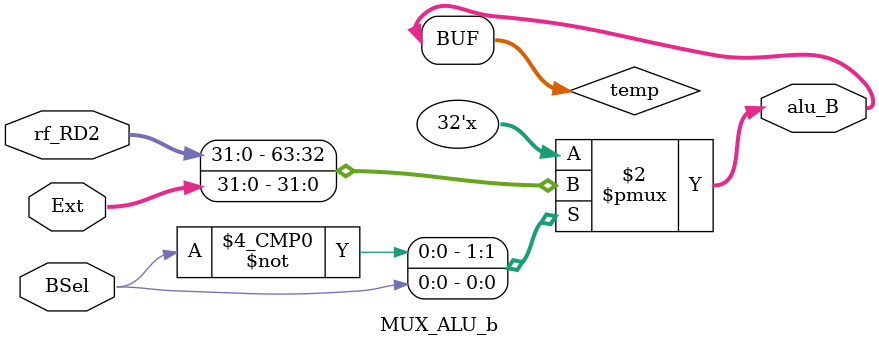
<source format=v>
`timescale 1ns / 1ps


module MUX_ALU_b(
    input [31:0] Ext,
    input [31:0] rf_RD2,
    input BSel,
    output [31:0] alu_B
    );
    reg [31:0] temp;
    assign alu_B = temp;
    always@(*)
    begin
        case(BSel)
        1'd0:temp = rf_RD2;
        1'd1:temp = Ext;
        default:temp = 32'hxxxx_xxxx;
        endcase
    end
endmodule

</source>
